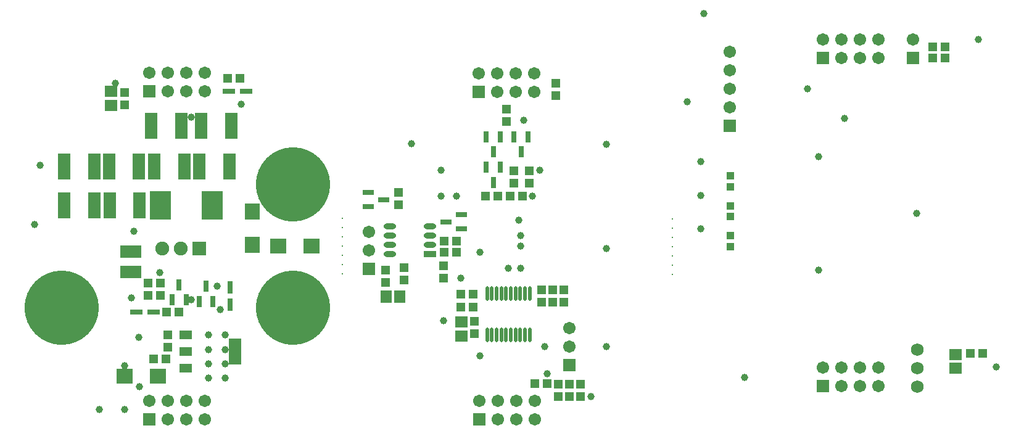
<source format=gts>
%FSDAX24Y24*%
%MOIN*%
%SFA1B1*%

%IPPOS*%
%ADD70R,0.114300X0.071000*%
%ADD71R,0.051300X0.047400*%
%ADD72R,0.047400X0.051300*%
%ADD73R,0.059200X0.067100*%
%ADD74R,0.067100X0.059200*%
%ADD75R,0.090700X0.080800*%
%ADD76R,0.065100X0.029700*%
%ADD77R,0.080800X0.090700*%
%ADD78R,0.118000X0.158000*%
%ADD79R,0.029700X0.065100*%
%ADD80R,0.039500X0.039500*%
%ADD81R,0.031600X0.059200*%
%ADD82R,0.059200X0.031600*%
%ADD83R,0.071000X0.141900*%
%ADD84R,0.069000X0.051300*%
%ADD85R,0.069000X0.051300*%
%ADD86R,0.069000X0.143800*%
%ADD87O,0.021800X0.078900*%
%ADD88R,0.067800X0.032000*%
%ADD89O,0.067800X0.032000*%
%ADD90C,0.039500*%
%ADD91C,0.401700*%
%ADD92R,0.067100X0.067100*%
%ADD93C,0.067100*%
%ADD94R,0.067100X0.067100*%
%ADD95R,0.074900X0.074900*%
%ADD96C,0.074900*%
%ADD97C,0.068000*%
%ADD98C,0.008000*%
%LNde-180417-1*%
%LPD*%
G54D70*
X025500Y027099D03*
Y028201D03*
G54D71*
X027385Y022400D03*
X026715D03*
X028105Y024920D03*
X027435D03*
X045991Y031187D03*
X046661D03*
X045311D03*
X044641D03*
X047985Y021050D03*
X047315D03*
X043315Y025900D03*
X043985D03*
X043085Y028150D03*
X042415D03*
Y028750D03*
X043085D03*
X043315Y025200D03*
X043985D03*
X031405Y037550D03*
X030735D03*
X068815Y038650D03*
X069485D03*
X068815Y039250D03*
X069485D03*
X070865Y022700D03*
X071535D03*
G54D72*
X027500Y023015D03*
Y023685D03*
X042400Y026765D03*
Y027435D03*
X039250Y026515D03*
Y027185D03*
X047700Y025465D03*
Y026135D03*
X044050Y024419D03*
Y023750D03*
X048900Y025465D03*
Y026135D03*
X048300Y025465D03*
Y026135D03*
X027080Y026495D03*
Y025825D03*
X047026Y031902D03*
Y032571D03*
X026440Y026495D03*
Y025825D03*
X025160Y036135D03*
Y036805D03*
X046176Y031902D03*
Y032571D03*
X045800Y035885D03*
Y035215D03*
X049800Y021035D03*
Y020365D03*
X049200Y021035D03*
Y020365D03*
X048600Y021035D03*
Y020365D03*
X040250Y027335D03*
Y026665D03*
X039950Y030715D03*
Y031385D03*
X048450Y036615D03*
Y037285D03*
G54D73*
X040024Y025750D03*
X039276D03*
G54D74*
X043350Y024374D03*
Y023626D03*
X024420Y036844D03*
Y036096D03*
X070050Y022624D03*
Y021876D03*
G54D75*
X026956Y021450D03*
X025144D03*
X033444Y028500D03*
X035256D03*
G54D76*
X026713Y024910D03*
X025787D03*
X030787Y036860D03*
X031713D03*
G54D77*
X032050Y028544D03*
Y030356D03*
G54D78*
X027095Y030700D03*
X029905D03*
G54D79*
X030850Y026263D03*
Y025337D03*
G54D80*
X057900Y031705D03*
Y032295D03*
Y030080D03*
Y030670D03*
Y028455D03*
Y029045D03*
G54D81*
X027726Y025577D03*
X028474D03*
X028100Y026403D03*
X046950Y034400D03*
X046202D03*
X046576Y033573D03*
X045450Y034400D03*
X044702D03*
X045076Y033573D03*
X045450Y032750D03*
X044702D03*
X045076Y031923D03*
X029176Y025487D03*
X029924D03*
X029550Y026313D03*
G54D82*
X043363Y029426D03*
Y030174D03*
X042537Y029800D03*
X038337Y031374D03*
Y030626D03*
X039163Y031000D03*
G54D83*
X026593Y035000D03*
X028207D03*
X029293D03*
X030907D03*
X030807Y032800D03*
X029193D03*
X028374D03*
X026760D03*
X025940D03*
X024326D03*
X023507D03*
X021893D03*
Y030700D03*
X023507D03*
X024343D03*
X025957D03*
G54D84*
X028471Y023705D03*
G54D85*
X028471Y022800D03*
Y021894D03*
G54D86*
X031129Y022800D03*
G54D87*
X047052Y025922D03*
X046796D03*
X046540D03*
X046284D03*
X046028D03*
X045772D03*
X045516D03*
X045260D03*
X045004D03*
X044748D03*
X047052Y023678D03*
X046796D03*
X046540D03*
X046284D03*
X046028D03*
X045772D03*
X045516D03*
X045260D03*
X045004D03*
X044748D03*
G54D88*
X041650Y028050D03*
G54D89*
X041650Y028550D03*
Y029050D03*
Y029550D03*
X039485Y028050D03*
Y028550D03*
Y029050D03*
Y029550D03*
G54D90*
X025150Y019650D03*
X023800D03*
X020600Y032850D03*
X020300Y029650D03*
X024650Y037300D03*
X025650Y029300D03*
X064050Y035400D03*
X055550Y036300D03*
X062657Y033323D03*
X067972Y030255D03*
X062657Y027186D03*
X062050Y037000D03*
X056300Y033050D03*
Y031233D03*
Y029415D03*
X029700Y023675D03*
Y022900D03*
Y022125D03*
Y021350D03*
X030600D03*
Y022125D03*
Y022900D03*
Y023675D03*
X048000Y021600D03*
X050350Y020350D03*
X045900Y027300D03*
X043100Y031187D03*
X044350Y028150D03*
Y022550D03*
X042250Y032600D03*
X047600D03*
X042250Y031187D03*
X047200D03*
X043315Y026750D03*
X042400Y024450D03*
X051200Y023050D03*
Y028350D03*
Y034000D03*
X046450Y029900D03*
X046724Y035300D03*
X047850Y023070D03*
X028750Y035450D03*
X030150Y026330D03*
X031450Y036150D03*
X025530Y025690D03*
X030340Y025060D03*
X025940Y023560D03*
X025950Y020900D03*
X025144Y022024D03*
X027050Y027050D03*
X028773Y025577D03*
X046550Y028500D03*
X046549Y027300D03*
X046550Y029050D03*
X040650Y034020D03*
X056450Y041050D03*
X071280Y039670D03*
X072250Y021950D03*
X058650Y021395D03*
G54D91*
X021750Y025150D03*
X034250D03*
Y031830D03*
G54D92*
X026500Y036850D03*
Y019120D03*
X044290Y036830D03*
X044310Y019120D03*
X062880Y038670D03*
X062900Y020920D03*
G54D93*
X026500Y037850D03*
X027500Y036850D03*
Y037850D03*
X028500Y036850D03*
Y037850D03*
X029500Y036850D03*
Y037850D03*
X026500Y020120D03*
X027500Y019120D03*
Y020120D03*
X028500Y019120D03*
Y020120D03*
X029500Y019120D03*
Y020120D03*
X049200Y024050D03*
Y023050D03*
X044290Y037830D03*
X045290Y036830D03*
Y037830D03*
X046290Y036830D03*
Y037830D03*
X047290Y036830D03*
Y037830D03*
X044310Y020120D03*
X045310Y019120D03*
Y020120D03*
X046310Y019120D03*
Y020120D03*
X047310Y019120D03*
Y020120D03*
X038350Y029250D03*
Y028250D03*
X062880Y039670D03*
X063880Y038670D03*
Y039670D03*
X064880Y038670D03*
Y039670D03*
X065880Y038670D03*
Y039670D03*
X062900Y021920D03*
X063900Y020920D03*
Y021920D03*
X064900Y020920D03*
Y021920D03*
X065900Y020920D03*
Y021920D03*
X057850Y036000D03*
Y037000D03*
Y038000D03*
Y039000D03*
X067750Y039650D03*
G54D94*
X049200Y022050D03*
X038350Y027250D03*
X057850Y035000D03*
X067750Y038650D03*
G54D95*
X029180Y028360D03*
G54D96*
X028180Y028360D03*
X027180D03*
G54D97*
X068000Y022900D03*
Y021900D03*
Y020900D03*
G54D98*
X054750Y029950D03*
Y029450D03*
Y028950D03*
Y028450D03*
Y027950D03*
Y027450D03*
Y026950D03*
X036920Y026990D03*
Y027490D03*
Y027990D03*
Y028490D03*
Y028990D03*
Y029490D03*
Y029990D03*
M02*
</source>
